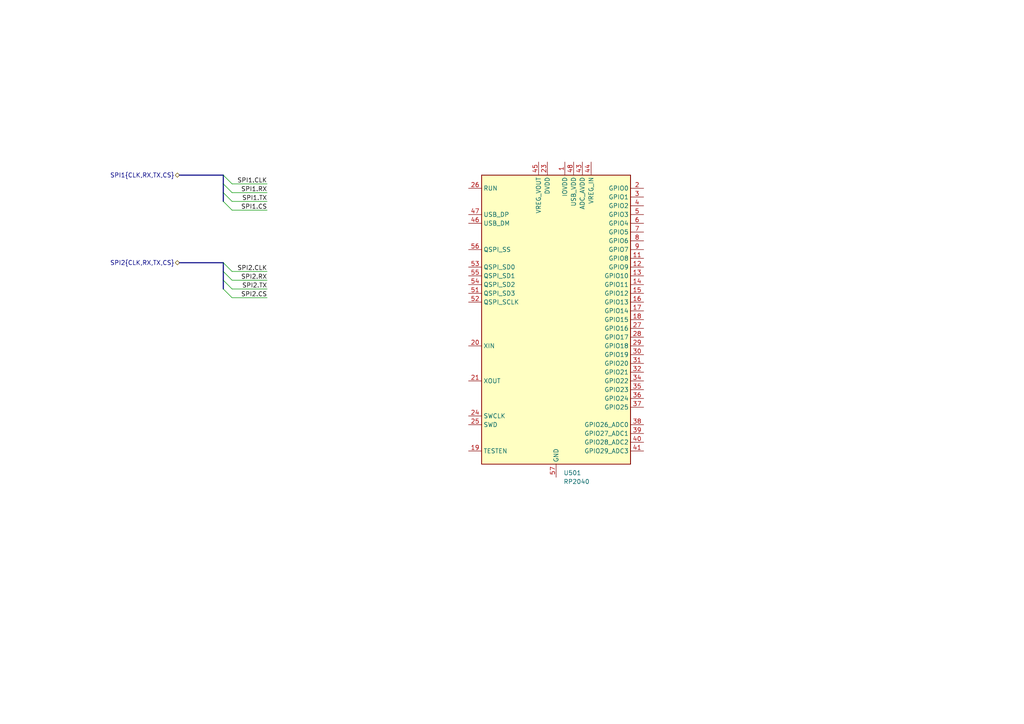
<source format=kicad_sch>
(kicad_sch (version 20250114) (generator "eeschema") (generator_version "9.0")
  (paper "A4")
  (title_block (title "${TITLE} - ${SUBTITLE}") (rev "${REV}") (company "github.com/${AUTHOR}"))
  (lib_symbols
    (symbol "MCU_RaspberryPi:RP2040"
      (property "Reference" "U" (at 17.78 45.72 0))
      (property "Value" "RP2040" (at 17.78 43.18 0))
      (symbol "RP2040_0_1"
        (rectangle (start -21.59 41.91) (end 21.59 -41.91) (stroke (width 0.254)) (fill (type background)))
      )
      (symbol "RP2040_1_1"
        (pin input line (at -25.4 38.1 0) (length 3.81) (name "RUN") (number "26"))
        (pin bidirectional line (at -25.4 30.48 0) (length 3.81) (name "USB_DP") (number "47"))
        (pin bidirectional line (at -25.4 27.94 0) (length 3.81) (name "USB_DM") (number "46"))
        (pin bidirectional line (at -25.4 20.32 0) (length 3.81) (name "QSPI_SS") (number "56"))
        (pin bidirectional line (at -25.4 15.24 0) (length 3.81) (name "QSPI_SD0") (number "53"))
        (pin bidirectional line (at -25.4 12.7 0) (length 3.81) (name "QSPI_SD1") (number "55"))
        (pin bidirectional line (at -25.4 10.16 0) (length 3.81) (name "QSPI_SD2") (number "54"))
        (pin bidirectional line (at -25.4 7.62 0) (length 3.81) (name "QSPI_SD3") (number "51"))
        (pin output line (at -25.4 5.08 0) (length 3.81) (name "QSPI_SCLK") (number "52"))
        (pin input line (at -25.4 -7.62 0) (length 3.81) (name "XIN") (number "20"))
        (pin passive line (at -25.4 -17.78 0) (length 3.81) (name "XOUT") (number "21"))
        (pin input line (at -25.4 -27.94 0) (length 3.81) (name "SWCLK") (number "24"))
        (pin bidirectional line (at -25.4 -30.48 0) (length 3.81) (name "SWD") (number "25"))
        (pin input line (at -25.4 -38.1 0) (length 3.81) (name "TESTEN") (number "19"))
        (pin power_out line (at -5.08 45.72 270) (length 3.81) (name "VREG_VOUT") (number "45"))
        (pin power_in line (at -2.54 45.72 270) (length 3.81) (name "DVDD") (number "23"))
        (pin passive line (at -2.54 45.72 270) (length 3.81) (hide yes) (name "DVDD") (number "50"))
        (pin power_in line (at 0 -45.72 90) (length 3.81) (name "GND") (number "57"))
        (pin power_in line (at 2.54 45.72 270) (length 3.81) (name "IOVDD") (number "1"))
        (pin passive line (at 2.54 45.72 270) (length 3.81) (hide yes) (name "IOVDD") (number "10"))
        (pin passive line (at 2.54 45.72 270) (length 3.81) (hide yes) (name "IOVDD") (number "22"))
        (pin passive line (at 2.54 45.72 270) (length 3.81) (hide yes) (name "IOVDD") (number "33"))
        (pin passive line (at 2.54 45.72 270) (length 3.81) (hide yes) (name "IOVDD") (number "42"))
        (pin passive line (at 2.54 45.72 270) (length 3.81) (hide yes) (name "IOVDD") (number "49"))
        (pin power_in line (at 5.08 45.72 270) (length 3.81) (name "USB_VDD") (number "48"))
        (pin power_in line (at 7.62 45.72 270) (length 3.81) (name "ADC_AVDD") (number "43"))
        (pin power_in line (at 10.16 45.72 270) (length 3.81) (name "VREG_IN") (number "44"))
        (pin bidirectional line (at 25.4 38.1 180) (length 3.81) (name "GPIO0") (number "2"))
        (pin bidirectional line (at 25.4 35.56 180) (length 3.81) (name "GPIO1") (number "3"))
        (pin bidirectional line (at 25.4 33.02 180) (length 3.81) (name "GPIO2") (number "4"))
        (pin bidirectional line (at 25.4 30.48 180) (length 3.81) (name "GPIO3") (number "5"))
        (pin bidirectional line (at 25.4 27.94 180) (length 3.81) (name "GPIO4") (number "6"))
        (pin bidirectional line (at 25.4 25.4 180) (length 3.81) (name "GPIO5") (number "7"))
        (pin bidirectional line (at 25.4 22.86 180) (length 3.81) (name "GPIO6") (number "8"))
        (pin bidirectional line (at 25.4 20.32 180) (length 3.81) (name "GPIO7") (number "9"))
        (pin bidirectional line (at 25.4 17.78 180) (length 3.81) (name "GPIO8") (number "11"))
        (pin bidirectional line (at 25.4 15.24 180) (length 3.81) (name "GPIO9") (number "12"))
        (pin bidirectional line (at 25.4 12.7 180) (length 3.81) (name "GPIO10") (number "13"))
        (pin bidirectional line (at 25.4 10.16 180) (length 3.81) (name "GPIO11") (number "14"))
        (pin bidirectional line (at 25.4 7.62 180) (length 3.81) (name "GPIO12") (number "15"))
        (pin bidirectional line (at 25.4 5.08 180) (length 3.81) (name "GPIO13") (number "16"))
        (pin bidirectional line (at 25.4 2.54 180) (length 3.81) (name "GPIO14") (number "17"))
        (pin bidirectional line (at 25.4 0 180) (length 3.81) (name "GPIO15") (number "18"))
        (pin bidirectional line (at 25.4 -2.54 180) (length 3.81) (name "GPIO16") (number "27"))
        (pin bidirectional line (at 25.4 -5.08 180) (length 3.81) (name "GPIO17") (number "28"))
        (pin bidirectional line (at 25.4 -7.62 180) (length 3.81) (name "GPIO18") (number "29"))
        (pin bidirectional line (at 25.4 -10.16 180) (length 3.81) (name "GPIO19") (number "30"))
        (pin bidirectional line (at 25.4 -12.7 180) (length 3.81) (name "GPIO20") (number "31"))
        (pin bidirectional line (at 25.4 -15.24 180) (length 3.81) (name "GPIO21") (number "32"))
        (pin bidirectional line (at 25.4 -17.78 180) (length 3.81) (name "GPIO22") (number "34"))
        (pin bidirectional line (at 25.4 -20.32 180) (length 3.81) (name "GPIO23") (number "35"))
        (pin bidirectional line (at 25.4 -22.86 180) (length 3.81) (name "GPIO24") (number "36"))
        (pin bidirectional line (at 25.4 -25.4 180) (length 3.81) (name "GPIO25") (number "37"))
        (pin bidirectional line (at 25.4 -30.48 180) (length 3.81) (name "GPIO26_ADC0") (number "38"))
        (pin bidirectional line (at 25.4 -33.02 180) (length 3.81) (name "GPIO27_ADC1") (number "39"))
        (pin bidirectional line (at 25.4 -35.56 180) (length 3.81) (name "GPIO28_ADC2") (number "40"))
        (pin bidirectional line (at 25.4 -38.1 180) (length 3.81) (name "GPIO29_ADC3") (number "41"))
      )
    )
  )
  (bus_entry (at 67.31 53.34) (size -2.54 -2.54))
  (bus_entry (at 67.31 83.82) (size -2.54 -2.54))
  (bus_entry (at 67.31 78.74) (size -2.54 -2.54))
  (bus_entry (at 67.31 55.88) (size -2.54 -2.54))
  (bus_entry (at 67.31 81.28) (size -2.54 -2.54))
  (bus_entry (at 67.31 60.96) (size -2.54 -2.54))
  (bus_entry (at 67.31 58.42) (size -2.54 -2.54))
  (bus_entry (at 67.31 86.36) (size -2.54 -2.54))
  (wire (pts (xy 77.47 60.96) (xy 67.31 60.96)))
  (wire (pts (xy 77.47 55.88) (xy 67.31 55.88)))
  (bus (pts (xy 64.77 78.74) (xy 64.77 76.2)))
  (bus (pts (xy 64.77 76.2) (xy 52.07 76.2)))
  (bus (pts (xy 64.77 58.42) (xy 64.77 55.88)))
  (wire (pts (xy 77.47 83.82) (xy 67.31 83.82)))
  (wire (pts (xy 77.47 86.36) (xy 67.31 86.36)))
  (bus (pts (xy 64.77 55.88) (xy 64.77 53.34)))
  (bus (pts (xy 64.77 81.28) (xy 64.77 78.74)))
  (wire (pts (xy 77.47 78.74) (xy 67.31 78.74)))
  (wire (pts (xy 77.47 58.42) (xy 67.31 58.42)))
  (bus (pts (xy 64.77 83.82) (xy 64.77 81.28)))
  (wire (pts (xy 77.47 53.34) (xy 67.31 53.34)))
  (wire (pts (xy 77.47 81.28) (xy 67.31 81.28)))
  (bus (pts (xy 64.77 50.8) (xy 52.07 50.8)))
  (bus (pts (xy 64.77 53.34) (xy 64.77 50.8)))
  (label "SPI2.CLK" (at 77.47 78.74 180))
  (label "SPI1.CS" (at 77.47 60.96 180))
  (label "SPI1.CLK" (at 77.47 53.34 180))
  (label "SPI2.RX" (at 77.47 81.28 180))
  (label "SPI1.RX" (at 77.47 55.88 180))
  (label "SPI2.TX" (at 77.47 83.82 180))
  (label "SPI1.TX" (at 77.47 58.42 180))
  (label "SPI2.CS" (at 77.47 86.36 180))
  (hierarchical_label "SPI1{CLK,RX,TX,CS}" (shape bidirectional) (at 52.07 50.8 180))
  (hierarchical_label "SPI2{CLK,RX,TX,CS}" (shape bidirectional) (at 52.07 76.2 180))
  (symbol (lib_id "MCU_RaspberryPi:RP2040") (at 161.29 92.71 0) (unit 1)
    (property "Reference" "U501" (at 163.4333 137.16 0) (effects (justify left)))
    (property "Value" "RP2040" (at 163.4333 139.7 0) (effects (justify left)))
    (property "Footprint" "Package_DFN_QFN:QFN-56-1EP_7x7mm_P0.4mm_EP3.2x3.2mm" (effects (hide yes)))
    (property "Datasheet" "https://datasheets.raspberrypi.com/rp2040/rp2040-datasheet.pdf" (effects (hide yes)))
    (property "Description" "A microcontroller by Raspberry Pi" (effects (hide yes)))
  )
)
</source>
